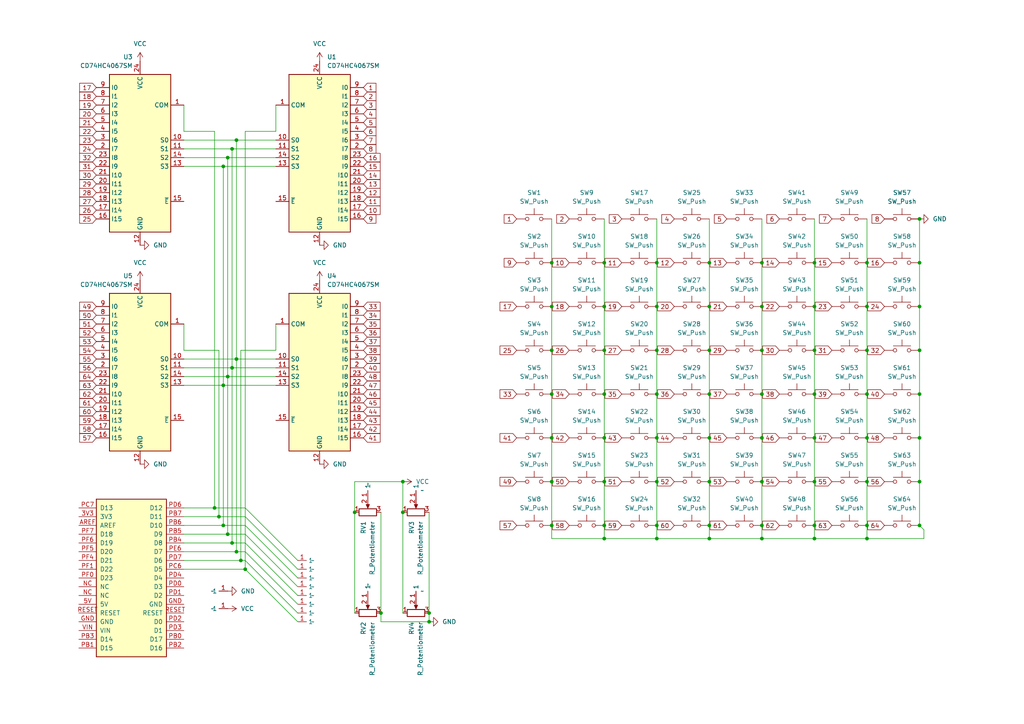
<source format=kicad_sch>
(kicad_sch (version 20250114) (generator "eeschema") (generator_version "9.0")
  (paper "A4")
  (junction (at 160.02 76.2))
  (junction (at 190.5 127))
  (junction (at 220.98 152.4))
  (junction (at 66.04 109.22))
  (junction (at 251.46 127))
  (junction (at 160.02 127))
  (junction (at 251.46 152.4))
  (junction (at 220.98 76.2))
  (junction (at 251.46 156.21))
  (junction (at 220.98 88.9))
  (junction (at 116.84 139.7))
  (junction (at 175.26 127))
  (junction (at 220.98 114.3))
  (junction (at 67.31 43.18))
  (junction (at 175.26 156.21))
  (junction (at 69.85 162.56))
  (junction (at 205.74 76.2))
  (junction (at 160.02 114.3))
  (junction (at 236.22 139.7))
  (junction (at 160.02 88.9))
  (junction (at 68.58 160.02))
  (junction (at 205.74 101.6))
  (junction (at 266.7 152.4))
  (junction (at 266.7 139.7))
  (junction (at 160.02 139.7))
  (junction (at 175.26 76.2))
  (junction (at 175.26 152.4))
  (junction (at 205.74 127))
  (junction (at 236.22 152.4))
  (junction (at 220.98 101.6))
  (junction (at 205.74 139.7))
  (junction (at 175.26 101.6))
  (junction (at 190.5 152.4))
  (junction (at 62.23 147.32))
  (junction (at 71.12 165.1))
  (junction (at 124.46 180.34))
  (junction (at 236.22 114.3))
  (junction (at 251.46 76.2))
  (junction (at 266.7 127))
  (junction (at 190.5 139.7))
  (junction (at 68.58 104.14))
  (junction (at 160.02 152.4))
  (junction (at 251.46 88.9))
  (junction (at 110.49 177.8))
  (junction (at 190.5 156.21))
  (junction (at 205.74 114.3))
  (junction (at 64.77 48.26))
  (junction (at 190.5 76.2))
  (junction (at 220.98 139.7))
  (junction (at 175.26 88.9))
  (junction (at 266.7 114.3))
  (junction (at 266.7 101.6))
  (junction (at 175.26 114.3))
  (junction (at 64.77 111.76))
  (junction (at 251.46 101.6))
  (junction (at 220.98 127))
  (junction (at 205.74 152.4))
  (junction (at 236.22 76.2))
  (junction (at 66.04 154.94))
  (junction (at 190.5 88.9))
  (junction (at 102.87 148.59))
  (junction (at 160.02 101.6))
  (junction (at 251.46 114.3))
  (junction (at 236.22 156.21))
  (junction (at 266.7 76.2))
  (junction (at 190.5 114.3))
  (junction (at 64.77 152.4))
  (junction (at 205.74 88.9))
  (junction (at 175.26 139.7))
  (junction (at 205.74 156.21))
  (junction (at 63.5 149.86))
  (junction (at 236.22 101.6))
  (junction (at 67.31 106.68))
  (junction (at 67.31 157.48))
  (junction (at 236.22 88.9))
  (junction (at 124.46 177.8))
  (junction (at 190.5 101.6))
  (junction (at 236.22 127))
  (junction (at 66.04 45.72))
  (junction (at 220.98 156.21))
  (junction (at 68.58 40.64))
  (junction (at 116.84 148.59))
  (junction (at 251.46 139.7))
  (junction (at 266.7 88.9))
  (junction (at 266.7 63.5))
  (wire (pts (xy 220.98 139.7) (xy 220.98 152.4)))
  (wire (pts (xy 53.34 111.76) (xy 64.77 111.76)))
  (wire (pts (xy 266.7 139.7) (xy 266.7 152.4)))
  (wire (pts (xy 67.31 43.18) (xy 80.01 43.18)))
  (wire (pts (xy 53.34 149.86) (xy 63.5 149.86)))
  (wire (pts (xy 64.77 48.26) (xy 64.77 111.76)))
  (wire (pts (xy 68.58 160.02) (xy 71.12 160.02)))
  (wire (pts (xy 53.34 106.68) (xy 67.31 106.68)))
  (wire (pts (xy 175.26 114.3) (xy 175.26 127)))
  (wire (pts (xy 236.22 139.7) (xy 236.22 152.4)))
  (wire (pts (xy 190.5 156.21) (xy 205.74 156.21)))
  (wire (pts (xy 69.85 101.6) (xy 80.01 101.6)))
  (wire (pts (xy 68.58 40.64) (xy 80.01 40.64)))
  (wire (pts (xy 190.5 76.2) (xy 190.5 88.9)))
  (wire (pts (xy 220.98 114.3) (xy 220.98 127)))
  (wire (pts (xy 71.12 38.1) (xy 71.12 165.1)))
  (wire (pts (xy 102.87 148.59) (xy 102.87 177.8)))
  (wire (pts (xy 205.74 152.4) (xy 205.74 156.21)))
  (wire (pts (xy 116.84 148.59) (xy 116.84 177.8)))
  (wire (pts (xy 266.7 101.6) (xy 266.7 114.3)))
  (wire (pts (xy 66.04 109.22) (xy 80.01 109.22)))
  (wire (pts (xy 102.87 139.7) (xy 116.84 139.7)))
  (wire (pts (xy 64.77 48.26) (xy 80.01 48.26)))
  (wire (pts (xy 53.34 152.4) (xy 64.77 152.4)))
  (wire (pts (xy 67.31 106.68) (xy 80.01 106.68)))
  (wire (pts (xy 53.34 43.18) (xy 67.31 43.18)))
  (wire (pts (xy 190.5 139.7) (xy 190.5 152.4)))
  (wire (pts (xy 175.26 76.2) (xy 175.26 88.9)))
  (wire (pts (xy 190.5 152.4) (xy 190.5 156.21)))
  (wire (pts (xy 236.22 88.9) (xy 236.22 101.6)))
  (wire (pts (xy 266.7 88.9) (xy 266.7 101.6)))
  (wire (pts (xy 63.5 101.6) (xy 63.5 149.86)))
  (wire (pts (xy 205.74 127) (xy 205.74 139.7)))
  (wire (pts (xy 236.22 156.21) (xy 251.46 156.21)))
  (wire (pts (xy 110.49 180.34) (xy 124.46 180.34)))
  (wire (pts (xy 63.5 149.86) (xy 71.12 149.86)))
  (wire (pts (xy 71.12 147.32) (xy 86.36 162.56)))
  (wire (pts (xy 53.34 154.94) (xy 66.04 154.94)))
  (wire (pts (xy 67.31 106.68) (xy 67.31 157.48)))
  (wire (pts (xy 53.34 109.22) (xy 66.04 109.22)))
  (wire (pts (xy 205.74 76.2) (xy 205.74 88.9)))
  (wire (pts (xy 64.77 111.76) (xy 80.01 111.76)))
  (wire (pts (xy 205.74 156.21) (xy 220.98 156.21)))
  (wire (pts (xy 53.34 48.26) (xy 64.77 48.26)))
  (wire (pts (xy 160.02 63.5) (xy 160.02 76.2)))
  (wire (pts (xy 175.26 88.9) (xy 175.26 101.6)))
  (wire (pts (xy 71.12 152.4) (xy 86.36 167.64)))
  (wire (pts (xy 205.74 139.7) (xy 205.74 152.4)))
  (wire (pts (xy 220.98 63.5) (xy 220.98 76.2)))
  (wire (pts (xy 220.98 101.6) (xy 220.98 114.3)))
  (wire (pts (xy 266.7 127) (xy 266.7 139.7)))
  (wire (pts (xy 175.26 152.4) (xy 175.26 156.21)))
  (wire (pts (xy 190.5 114.3) (xy 190.5 127)))
  (wire (pts (xy 236.22 101.6) (xy 236.22 114.3)))
  (wire (pts (xy 53.34 157.48) (xy 67.31 157.48)))
  (wire (pts (xy 102.87 139.7) (xy 102.87 148.59)))
  (wire (pts (xy 220.98 152.4) (xy 220.98 156.21)))
  (wire (pts (xy 160.02 139.7) (xy 160.02 152.4)))
  (wire (pts (xy 62.23 147.32) (xy 71.12 147.32)))
  (wire (pts (xy 53.34 45.72) (xy 66.04 45.72)))
  (wire (pts (xy 66.04 109.22) (xy 66.04 154.94)))
  (wire (pts (xy 67.31 43.18) (xy 67.31 106.68)))
  (wire (pts (xy 71.12 165.1) (xy 86.36 180.34)))
  (wire (pts (xy 67.31 157.48) (xy 71.12 157.48)))
  (wire (pts (xy 175.26 139.7) (xy 175.26 152.4)))
  (wire (pts (xy 160.02 76.2) (xy 160.02 88.9)))
  (wire (pts (xy 53.34 40.64) (xy 68.58 40.64)))
  (wire (pts (xy 124.46 177.8) (xy 124.46 180.34)))
  (wire (pts (xy 53.34 162.56) (xy 69.85 162.56)))
  (wire (pts (xy 160.02 114.3) (xy 160.02 127)))
  (wire (pts (xy 71.12 38.1) (xy 80.01 38.1)))
  (wire (pts (xy 69.85 101.6) (xy 69.85 162.56)))
  (wire (pts (xy 116.84 139.7) (xy 116.84 148.59)))
  (wire (pts (xy 69.85 162.56) (xy 71.12 162.56)))
  (wire (pts (xy 175.26 127) (xy 175.26 139.7)))
  (wire (pts (xy 251.46 127) (xy 251.46 139.7)))
  (wire (pts (xy 236.22 152.4) (xy 236.22 156.21)))
  (wire (pts (xy 71.12 157.48) (xy 86.36 172.72)))
  (wire (pts (xy 53.34 101.6) (xy 63.5 101.6)))
  (wire (pts (xy 66.04 154.94) (xy 71.12 154.94)))
  (wire (pts (xy 190.5 88.9) (xy 190.5 101.6)))
  (wire (pts (xy 220.98 76.2) (xy 220.98 88.9)))
  (wire (pts (xy 267.97 153.67) (xy 266.7 152.4)))
  (wire (pts (xy 175.26 156.21) (xy 190.5 156.21)))
  (wire (pts (xy 66.04 45.72) (xy 66.04 109.22)))
  (wire (pts (xy 53.34 30.48) (xy 53.34 38.1)))
  (wire (pts (xy 66.04 45.72) (xy 80.01 45.72)))
  (wire (pts (xy 205.74 114.3) (xy 205.74 127)))
  (wire (pts (xy 190.5 127) (xy 190.5 139.7)))
  (wire (pts (xy 80.01 93.98) (xy 80.01 101.6)))
  (wire (pts (xy 220.98 156.21) (xy 236.22 156.21)))
  (wire (pts (xy 53.34 104.14) (xy 68.58 104.14)))
  (wire (pts (xy 71.12 162.56) (xy 86.36 177.8)))
  (wire (pts (xy 251.46 152.4) (xy 251.46 156.21)))
  (wire (pts (xy 236.22 63.5) (xy 236.22 76.2)))
  (wire (pts (xy 110.49 148.59) (xy 110.49 177.8)))
  (wire (pts (xy 251.46 156.21) (xy 267.97 156.21)))
  (wire (pts (xy 71.12 149.86) (xy 86.36 165.1)))
  (wire (pts (xy 251.46 101.6) (xy 251.46 114.3)))
  (wire (pts (xy 205.74 101.6) (xy 205.74 114.3)))
  (wire (pts (xy 220.98 127) (xy 220.98 139.7)))
  (wire (pts (xy 53.34 165.1) (xy 71.12 165.1)))
  (wire (pts (xy 266.7 63.5) (xy 266.7 76.2)))
  (wire (pts (xy 251.46 139.7) (xy 251.46 152.4)))
  (wire (pts (xy 160.02 152.4) (xy 160.02 156.21)))
  (wire (pts (xy 71.12 160.02) (xy 86.36 175.26)))
  (wire (pts (xy 62.23 38.1) (xy 62.23 147.32)))
  (wire (pts (xy 190.5 63.5) (xy 190.5 76.2)))
  (wire (pts (xy 175.26 101.6) (xy 175.26 114.3)))
  (wire (pts (xy 266.7 114.3) (xy 266.7 127)))
  (wire (pts (xy 251.46 88.9) (xy 251.46 101.6)))
  (wire (pts (xy 68.58 104.14) (xy 80.01 104.14)))
  (wire (pts (xy 71.12 154.94) (xy 86.36 170.18)))
  (wire (pts (xy 251.46 63.5) (xy 251.46 76.2)))
  (wire (pts (xy 110.49 177.8) (xy 110.49 180.34)))
  (wire (pts (xy 53.34 38.1) (xy 62.23 38.1)))
  (wire (pts (xy 68.58 40.64) (xy 68.58 104.14)))
  (wire (pts (xy 160.02 127) (xy 160.02 139.7)))
  (wire (pts (xy 160.02 101.6) (xy 160.02 114.3)))
  (wire (pts (xy 80.01 30.48) (xy 80.01 38.1)))
  (wire (pts (xy 68.58 104.14) (xy 68.58 160.02)))
  (wire (pts (xy 251.46 76.2) (xy 251.46 88.9)))
  (wire (pts (xy 205.74 63.5) (xy 205.74 76.2)))
  (wire (pts (xy 53.34 93.98) (xy 53.34 101.6)))
  (wire (pts (xy 124.46 148.59) (xy 124.46 177.8)))
  (wire (pts (xy 236.22 114.3) (xy 236.22 127)))
  (wire (pts (xy 64.77 111.76) (xy 64.77 152.4)))
  (wire (pts (xy 175.26 63.5) (xy 175.26 76.2)))
  (wire (pts (xy 190.5 101.6) (xy 190.5 114.3)))
  (wire (pts (xy 236.22 127) (xy 236.22 139.7)))
  (wire (pts (xy 267.97 156.21) (xy 267.97 153.67)))
  (wire (pts (xy 53.34 160.02) (xy 68.58 160.02)))
  (wire (pts (xy 266.7 76.2) (xy 266.7 88.9)))
  (wire (pts (xy 236.22 76.2) (xy 236.22 88.9)))
  (wire (pts (xy 160.02 156.21) (xy 175.26 156.21)))
  (wire (pts (xy 220.98 88.9) (xy 220.98 101.6)))
  (wire (pts (xy 64.77 152.4) (xy 71.12 152.4)))
  (wire (pts (xy 205.74 88.9) (xy 205.74 101.6)))
  (wire (pts (xy 53.34 147.32) (xy 62.23 147.32)))
  (wire (pts (xy 160.02 88.9) (xy 160.02 101.6)))
  (wire (pts (xy 251.46 114.3) (xy 251.46 127)))
  (global_label "26" (shape input) (at 27.94 60.96 180) (property "Intersheetrefs" "${INTERSHEET_REFS}" (effects (hide yes))))
  (global_label "55" (shape input) (at 241.3 139.7 180) (property "Intersheetrefs" "${INTERSHEET_REFS}" (effects (hide yes))))
  (global_label "60" (shape input) (at 195.58 152.4 180) (property "Intersheetrefs" "${INTERSHEET_REFS}" (effects (hide yes))))
  (global_label "41" (shape input) (at 149.86 127 180) (property "Intersheetrefs" "${INTERSHEET_REFS}" (effects (hide yes))))
  (global_label "41" (shape input) (at 105.41 127 0) (property "Intersheetrefs" "${INTERSHEET_REFS}" (effects (hide yes))))
  (global_label "32" (shape input) (at 27.94 45.72 180) (property "Intersheetrefs" "${INTERSHEET_REFS}" (effects (hide yes))))
  (global_label "53" (shape input) (at 210.82 139.7 180) (property "Intersheetrefs" "${INTERSHEET_REFS}" (effects (hide yes))))
  (global_label "18" (shape input) (at 27.94 27.94 180) (property "Intersheetrefs" "${INTERSHEET_REFS}" (effects (hide yes))))
  (global_label "35" (shape input) (at 105.41 93.98 0) (property "Intersheetrefs" "${INTERSHEET_REFS}" (effects (hide yes))))
  (global_label "9" (shape input) (at 149.86 76.2 180) (property "Intersheetrefs" "${INTERSHEET_REFS}" (effects (hide yes))))
  (global_label "63" (shape input) (at 27.94 111.76 180) (property "Intersheetrefs" "${INTERSHEET_REFS}" (effects (hide yes))))
  (global_label "2" (shape input) (at 105.41 27.94 0) (property "Intersheetrefs" "${INTERSHEET_REFS}" (effects (hide yes))))
  (global_label "16" (shape input) (at 105.41 45.72 0) (property "Intersheetrefs" "${INTERSHEET_REFS}" (effects (hide yes))))
  (global_label "39" (shape input) (at 105.41 104.14 0) (property "Intersheetrefs" "${INTERSHEET_REFS}" (effects (hide yes))))
  (global_label "34" (shape input) (at 165.1 114.3 180) (property "Intersheetrefs" "${INTERSHEET_REFS}" (effects (hide yes))))
  (global_label "52" (shape input) (at 195.58 139.7 180) (property "Intersheetrefs" "${INTERSHEET_REFS}" (effects (hide yes))))
  (global_label "12" (shape input) (at 105.41 55.88 0) (property "Intersheetrefs" "${INTERSHEET_REFS}" (effects (hide yes))))
  (global_label "1" (shape input) (at 149.86 63.5 180) (property "Intersheetrefs" "${INTERSHEET_REFS}" (effects (hide yes))))
  (global_label "13" (shape input) (at 210.82 76.2 180) (property "Intersheetrefs" "${INTERSHEET_REFS}" (effects (hide yes))))
  (global_label "30" (shape input) (at 27.94 50.8 180) (property "Intersheetrefs" "${INTERSHEET_REFS}" (effects (hide yes))))
  (global_label "54" (shape input) (at 27.94 101.6 180) (property "Intersheetrefs" "${INTERSHEET_REFS}" (effects (hide yes))))
  (global_label "23" (shape input) (at 27.94 40.64 180) (property "Intersheetrefs" "${INTERSHEET_REFS}" (effects (hide yes))))
  (global_label "28" (shape input) (at 27.94 55.88 180) (property "Intersheetrefs" "${INTERSHEET_REFS}" (effects (hide yes))))
  (global_label "29" (shape input) (at 210.82 101.6 180) (property "Intersheetrefs" "${INTERSHEET_REFS}" (effects (hide yes))))
  (global_label "4" (shape input) (at 195.58 63.5 180) (property "Intersheetrefs" "${INTERSHEET_REFS}" (effects (hide yes))))
  (global_label "5" (shape input) (at 105.41 35.56 0) (property "Intersheetrefs" "${INTERSHEET_REFS}" (effects (hide yes))))
  (global_label "42" (shape input) (at 105.41 124.46 0) (property "Intersheetrefs" "${INTERSHEET_REFS}" (effects (hide yes))))
  (global_label "33" (shape input) (at 105.41 88.9 0) (property "Intersheetrefs" "${INTERSHEET_REFS}" (effects (hide yes))))
  (global_label "29" (shape input) (at 27.94 53.34 180) (property "Intersheetrefs" "${INTERSHEET_REFS}" (effects (hide yes))))
  (global_label "43" (shape input) (at 180.34 127 180) (property "Intersheetrefs" "${INTERSHEET_REFS}" (effects (hide yes))))
  (global_label "11" (shape input) (at 180.34 76.2 180) (property "Intersheetrefs" "${INTERSHEET_REFS}" (effects (hide yes))))
  (global_label "62" (shape input) (at 27.94 114.3 180) (property "Intersheetrefs" "${INTERSHEET_REFS}" (effects (hide yes))))
  (global_label "6" (shape input) (at 105.41 38.1 0) (property "Intersheetrefs" "${INTERSHEET_REFS}" (effects (hide yes))))
  (global_label "57" (shape input) (at 27.94 127 180) (property "Intersheetrefs" "${INTERSHEET_REFS}" (effects (hide yes))))
  (global_label "36" (shape input) (at 105.41 96.52 0) (property "Intersheetrefs" "${INTERSHEET_REFS}" (effects (hide yes))))
  (global_label "47" (shape input) (at 241.3 127 180) (property "Intersheetrefs" "${INTERSHEET_REFS}" (effects (hide yes))))
  (global_label "32" (shape input) (at 256.54 101.6 180) (property "Intersheetrefs" "${INTERSHEET_REFS}" (effects (hide yes))))
  (global_label "58" (shape input) (at 165.1 152.4 180) (property "Intersheetrefs" "${INTERSHEET_REFS}" (effects (hide yes))))
  (global_label "52" (shape input) (at 27.94 96.52 180) (property "Intersheetrefs" "${INTERSHEET_REFS}" (effects (hide yes))))
  (global_label "36" (shape input) (at 195.58 114.3 180) (property "Intersheetrefs" "${INTERSHEET_REFS}" (effects (hide yes))))
  (global_label "37" (shape input) (at 105.41 99.06 0) (property "Intersheetrefs" "${INTERSHEET_REFS}" (effects (hide yes))))
  (global_label "25" (shape input) (at 27.94 63.5 180) (property "Intersheetrefs" "${INTERSHEET_REFS}" (effects (hide yes))))
  (global_label "24" (shape input) (at 256.54 88.9 180) (property "Intersheetrefs" "${INTERSHEET_REFS}" (effects (hide yes))))
  (global_label "51" (shape input) (at 27.94 93.98 180) (property "Intersheetrefs" "${INTERSHEET_REFS}" (effects (hide yes))))
  (global_label "7" (shape input) (at 241.3 63.5 180) (property "Intersheetrefs" "${INTERSHEET_REFS}" (effects (hide yes))))
  (global_label "56" (shape input) (at 27.94 106.68 180) (property "Intersheetrefs" "${INTERSHEET_REFS}" (effects (hide yes))))
  (global_label "3" (shape input) (at 105.41 30.48 0) (property "Intersheetrefs" "${INTERSHEET_REFS}" (effects (hide yes))))
  (global_label "38" (shape input) (at 105.41 101.6 0) (property "Intersheetrefs" "${INTERSHEET_REFS}" (effects (hide yes))))
  (global_label "53" (shape input) (at 27.94 99.06 180) (property "Intersheetrefs" "${INTERSHEET_REFS}" (effects (hide yes))))
  (global_label "54" (shape input) (at 226.06 139.7 180) (property "Intersheetrefs" "${INTERSHEET_REFS}" (effects (hide yes))))
  (global_label "45" (shape input) (at 210.82 127 180) (property "Intersheetrefs" "${INTERSHEET_REFS}" (effects (hide yes))))
  (global_label "1" (shape input) (at 105.41 25.4 0) (property "Intersheetrefs" "${INTERSHEET_REFS}" (effects (hide yes))))
  (global_label "3" (shape input) (at 180.34 63.5 180) (property "Intersheetrefs" "${INTERSHEET_REFS}" (effects (hide yes))))
  (global_label "9" (shape input) (at 105.41 63.5 0) (property "Intersheetrefs" "${INTERSHEET_REFS}" (effects (hide yes))))
  (global_label "15" (shape input) (at 105.41 48.26 0) (property "Intersheetrefs" "${INTERSHEET_REFS}" (effects (hide yes))))
  (global_label "49" (shape input) (at 27.94 88.9 180) (property "Intersheetrefs" "${INTERSHEET_REFS}" (effects (hide yes))))
  (global_label "61" (shape input) (at 210.82 152.4 180) (property "Intersheetrefs" "${INTERSHEET_REFS}" (effects (hide yes))))
  (global_label "50" (shape input) (at 27.94 91.44 180) (property "Intersheetrefs" "${INTERSHEET_REFS}" (effects (hide yes))))
  (global_label "58" (shape input) (at 27.94 124.46 180) (property "Intersheetrefs" "${INTERSHEET_REFS}" (effects (hide yes))))
  (global_label "20" (shape input) (at 27.94 33.02 180) (property "Intersheetrefs" "${INTERSHEET_REFS}" (effects (hide yes))))
  (global_label "55" (shape input) (at 27.94 104.14 180) (property "Intersheetrefs" "${INTERSHEET_REFS}" (effects (hide yes))))
  (global_label "31" (shape input) (at 241.3 101.6 180) (property "Intersheetrefs" "${INTERSHEET_REFS}" (effects (hide yes))))
  (global_label "23" (shape input) (at 241.3 88.9 180) (property "Intersheetrefs" "${INTERSHEET_REFS}" (effects (hide yes))))
  (global_label "43" (shape input) (at 105.41 121.92 0) (property "Intersheetrefs" "${INTERSHEET_REFS}" (effects (hide yes))))
  (global_label "13" (shape input) (at 105.41 53.34 0) (property "Intersheetrefs" "${INTERSHEET_REFS}" (effects (hide yes))))
  (global_label "2" (shape input) (at 165.1 63.5 180) (property "Intersheetrefs" "${INTERSHEET_REFS}" (effects (hide yes))))
  (global_label "48" (shape input) (at 105.41 109.22 0) (property "Intersheetrefs" "${INTERSHEET_REFS}" (effects (hide yes))))
  (global_label "15" (shape input) (at 241.3 76.2 180) (property "Intersheetrefs" "${INTERSHEET_REFS}" (effects (hide yes))))
  (global_label "16" (shape input) (at 256.54 76.2 180) (property "Intersheetrefs" "${INTERSHEET_REFS}" (effects (hide yes))))
  (global_label "46" (shape input) (at 105.41 114.3 0) (property "Intersheetrefs" "${INTERSHEET_REFS}" (effects (hide yes))))
  (global_label "40" (shape input) (at 256.54 114.3 180) (property "Intersheetrefs" "${INTERSHEET_REFS}" (effects (hide yes))))
  (global_label "49" (shape input) (at 149.86 139.7 180) (property "Intersheetrefs" "${INTERSHEET_REFS}" (effects (hide yes))))
  (global_label "18" (shape input) (at 165.1 88.9 180) (property "Intersheetrefs" "${INTERSHEET_REFS}" (effects (hide yes))))
  (global_label "30" (shape input) (at 226.06 101.6 180) (property "Intersheetrefs" "${INTERSHEET_REFS}" (effects (hide yes))))
  (global_label "64" (shape input) (at 256.54 152.4 180) (property "Intersheetrefs" "${INTERSHEET_REFS}" (effects (hide yes))))
  (global_label "19" (shape input) (at 180.34 88.9 180) (property "Intersheetrefs" "${INTERSHEET_REFS}" (effects (hide yes))))
  (global_label "40" (shape input) (at 105.41 106.68 0) (property "Intersheetrefs" "${INTERSHEET_REFS}" (effects (hide yes))))
  (global_label "38" (shape input) (at 226.06 114.3 180) (property "Intersheetrefs" "${INTERSHEET_REFS}" (effects (hide yes))))
  (global_label "10" (shape input) (at 165.1 76.2 180) (property "Intersheetrefs" "${INTERSHEET_REFS}" (effects (hide yes))))
  (global_label "7" (shape input) (at 105.41 40.64 0) (property "Intersheetrefs" "${INTERSHEET_REFS}" (effects (hide yes))))
  (global_label "47" (shape input) (at 105.41 111.76 0) (property "Intersheetrefs" "${INTERSHEET_REFS}" (effects (hide yes))))
  (global_label "17" (shape input) (at 27.94 25.4 180) (property "Intersheetrefs" "${INTERSHEET_REFS}" (effects (hide yes))))
  (global_label "22" (shape input) (at 27.94 38.1 180) (property "Intersheetrefs" "${INTERSHEET_REFS}" (effects (hide yes))))
  (global_label "57" (shape input) (at 149.86 152.4 180) (property "Intersheetrefs" "${INTERSHEET_REFS}" (effects (hide yes))))
  (global_label "59" (shape input) (at 180.34 152.4 180) (property "Intersheetrefs" "${INTERSHEET_REFS}" (effects (hide yes))))
  (global_label "20" (shape input) (at 195.58 88.9 180) (property "Intersheetrefs" "${INTERSHEET_REFS}" (effects (hide yes))))
  (global_label "11" (shape input) (at 105.41 58.42 0) (property "Intersheetrefs" "${INTERSHEET_REFS}" (effects (hide yes))))
  (global_label "27" (shape input) (at 27.94 58.42 180) (property "Intersheetrefs" "${INTERSHEET_REFS}" (effects (hide yes))))
  (global_label "17" (shape input) (at 149.86 88.9 180) (property "Intersheetrefs" "${INTERSHEET_REFS}" (effects (hide yes))))
  (global_label "14" (shape input) (at 105.41 50.8 0) (property "Intersheetrefs" "${INTERSHEET_REFS}" (effects (hide yes))))
  (global_label "21" (shape input) (at 210.82 88.9 180) (property "Intersheetrefs" "${INTERSHEET_REFS}" (effects (hide yes))))
  (global_label "59" (shape input) (at 27.94 121.92 180) (property "Intersheetrefs" "${INTERSHEET_REFS}" (effects (hide yes))))
  (global_label "39" (shape input) (at 241.3 114.3 180) (property "Intersheetrefs" "${INTERSHEET_REFS}" (effects (hide yes))))
  (global_label "45" (shape input) (at 105.41 116.84 0) (property "Intersheetrefs" "${INTERSHEET_REFS}" (effects (hide yes))))
  (global_label "28" (shape input) (at 195.58 101.6 180) (property "Intersheetrefs" "${INTERSHEET_REFS}" (effects (hide yes))))
  (global_label "22" (shape input) (at 226.06 88.9 180) (property "Intersheetrefs" "${INTERSHEET_REFS}" (effects (hide yes))))
  (global_label "48" (shape input) (at 256.54 127 180) (property "Intersheetrefs" "${INTERSHEET_REFS}" (effects (hide yes))))
  (global_label "34" (shape input) (at 105.41 91.44 0) (property "Intersheetrefs" "${INTERSHEET_REFS}" (effects (hide yes))))
  (global_label "60" (shape input) (at 27.94 119.38 180) (property "Intersheetrefs" "${INTERSHEET_REFS}" (effects (hide yes))))
  (global_label "6" (shape input) (at 226.06 63.5 180) (property "Intersheetrefs" "${INTERSHEET_REFS}" (effects (hide yes))))
  (global_label "51" (shape input) (at 180.34 139.7 180) (property "Intersheetrefs" "${INTERSHEET_REFS}" (effects (hide yes))))
  (global_label "26" (shape input) (at 165.1 101.6 180) (property "Intersheetrefs" "${INTERSHEET_REFS}" (effects (hide yes))))
  (global_label "44" (shape input) (at 105.41 119.38 0) (property "Intersheetrefs" "${INTERSHEET_REFS}" (effects (hide yes))))
  (global_label "24" (shape input) (at 27.94 43.18 180) (property "Intersheetrefs" "${INTERSHEET_REFS}" (effects (hide yes))))
  (global_label "35" (shape input) (at 180.34 114.3 180) (property "Intersheetrefs" "${INTERSHEET_REFS}" (effects (hide yes))))
  (global_label "12" (shape input) (at 195.58 76.2 180) (property "Intersheetrefs" "${INTERSHEET_REFS}" (effects (hide yes))))
  (global_label "44" (shape input) (at 195.58 127 180) (property "Intersheetrefs" "${INTERSHEET_REFS}" (effects (hide yes))))
  (global_label "61" (shape input) (at 27.94 116.84 180) (property "Intersheetrefs" "${INTERSHEET_REFS}" (effects (hide yes))))
  (global_label "42" (shape input) (at 165.1 127 180) (property "Intersheetrefs" "${INTERSHEET_REFS}" (effects (hide yes))))
  (global_label "14" (shape input) (at 226.06 76.2 180) (property "Intersheetrefs" "${INTERSHEET_REFS}" (effects (hide yes))))
  (global_label "21" (shape input) (at 27.94 35.56 180) (property "Intersheetrefs" "${INTERSHEET_REFS}" (effects (hide yes))))
  (global_label "31" (shape input) (at 27.94 48.26 180) (property "Intersheetrefs" "${INTERSHEET_REFS}" (effects (hide yes))))
  (global_label "8" (shape input) (at 256.54 63.5 180) (property "Intersheetrefs" "${INTERSHEET_REFS}" (effects (hide yes))))
  (global_label "10" (shape input) (at 105.41 60.96 0) (property "Intersheetrefs" "${INTERSHEET_REFS}" (effects (hide yes))))
  (global_label "5" (shape input) (at 210.82 63.5 180) (property "Intersheetrefs" "${INTERSHEET_REFS}" (effects (hide yes))))
  (global_label "27" (shape input) (at 180.34 101.6 180) (property "Intersheetrefs" "${INTERSHEET_REFS}" (effects (hide yes))))
  (global_label "50" (shape input) (at 165.1 139.7 180) (property "Intersheetrefs" "${INTERSHEET_REFS}" (effects (hide yes))))
  (global_label "4" (shape input) (at 105.41 33.02 0) (property "Intersheetrefs" "${INTERSHEET_REFS}" (effects (hide yes))))
  (global_label "19" (shape input) (at 27.94 30.48 180) (property "Intersheetrefs" "${INTERSHEET_REFS}" (effects (hide yes))))
  (global_label "62" (shape input) (at 226.06 152.4 180) (property "Intersheetrefs" "${INTERSHEET_REFS}" (effects (hide yes))))
  (global_label "46" (shape input) (at 226.06 127 180) (property "Intersheetrefs" "${INTERSHEET_REFS}" (effects (hide yes))))
  (global_label "63" (shape input) (at 241.3 152.4 180) (property "Intersheetrefs" "${INTERSHEET_REFS}" (effects (hide yes))))
  (global_label "8" (shape input) (at 105.41 43.18 0) (property "Intersheetrefs" "${INTERSHEET_REFS}" (effects (hide yes))))
  (global_label "37" (shape input) (at 210.82 114.3 180) (property "Intersheetrefs" "${INTERSHEET_REFS}" (effects (hide yes))))
  (global_label "64" (shape input) (at 27.94 109.22 180) (property "Intersheetrefs" "${INTERSHEET_REFS}" (effects (hide yes))))
  (global_label "25" (shape input) (at 149.86 101.6 180) (property "Intersheetrefs" "${INTERSHEET_REFS}" (effects (hide yes))))
  (global_label "56" (shape input) (at 256.54 139.7 180) (property "Intersheetrefs" "${INTERSHEET_REFS}" (effects (hide yes))))
  (global_label "33" (shape input) (at 149.86 114.3 180) (property "Intersheetrefs" "${INTERSHEET_REFS}" (effects (hide yes))))
  (symbol (lib_id "Arduino2:untitled") (at 86.36 167.64 0) (unit 1)
    (property "Reference" "U16" (effects (hide yes)))
    (property "Value" "~" (at 90.17 167.64 0) (effects (justify left)))
    (property "Footprint" "Arduino:Untitled" (effects (hide yes)))
  )
  (symbol (lib_id "Switch:SW_Push") (at 246.38 76.2 0) (unit 1)
    (property "Reference" "SW50" (at 246.38 68.58 0))
    (property "Value" "SW_Push" (at 246.38 71.12 0))
    (property "Footprint" "Button_Switch_Keyboard:SW_Cherry_MX_1.00u_PCB" (effects (hide yes)))
    (property "Description" "Push button switch, generic, two pins" (effects (hide yes)))
  )
  (symbol (lib_id "Switch:SW_Push") (at 200.66 114.3 0) (unit 1)
    (property "Reference" "SW29" (at 200.66 106.68 0))
    (property "Value" "SW_Push" (at 200.66 109.22 0))
    (property "Footprint" "Button_Switch_Keyboard:SW_Cherry_MX_1.00u_PCB" (effects (hide yes)))
    (property "Description" "Push button switch, generic, two pins" (effects (hide yes)))
  )
  (symbol (lib_id "Arduino2:untitled") (at 66.04 176.53 0) (mirror y) (unit 1)
    (property "Reference" "U19" (effects (hide yes)))
    (property "Value" "~" (at 62.23 176.53 0) (effects (justify left)))
    (property "Footprint" "Arduino:Untitled" (effects (hide yes)))
  )
  (symbol (lib_id "Switch:SW_Push") (at 231.14 88.9 0) (unit 1)
    (property "Reference" "SW43" (at 231.14 81.28 0))
    (property "Value" "SW_Push" (at 231.14 83.82 0))
    (property "Footprint" "Button_Switch_Keyboard:SW_Cherry_MX_1.00u_PCB" (effects (hide yes)))
    (property "Description" "Push button switch, generic, two pins" (effects (hide yes)))
  )
  (symbol (lib_id "Switch:SW_Push") (at 185.42 63.5 0) (unit 1)
    (property "Reference" "SW17" (at 185.42 55.88 0))
    (property "Value" "SW_Push" (at 185.42 58.42 0))
    (property "Footprint" "Button_Switch_Keyboard:SW_Cherry_MX_1.00u_PCB" (effects (hide yes)))
    (property "Description" "Push button switch, generic, two pins" (effects (hide yes)))
  )
  (symbol (lib_id "Arduino2:untitled") (at 106.68 173.99 90) (unit 1)
    (property "Reference" "U8" (effects (hide yes)))
    (property "Value" "~" (at 106.68 170.18 0) (effects (justify left)))
    (property "Footprint" "Arduino:Untitled" (effects (hide yes)))
  )
  (symbol (lib_id "Switch:SW_Push") (at 170.18 152.4 0) (unit 1)
    (property "Reference" "SW16" (at 170.18 144.78 0))
    (property "Value" "SW_Push" (at 170.18 147.32 0))
    (property "Footprint" "Button_Switch_Keyboard:SW_Cherry_MX_1.00u_PCB" (effects (hide yes)))
    (property "Description" "Push button switch, generic, two pins" (effects (hide yes)))
  )
  (symbol (lib_id "power:VCC") (at 40.64 17.78 0) (mirror y) (unit 1)
    (property "Reference" "#PWR06" (effects (hide yes)))
    (property "Value" "VCC" (at 40.64 12.7 0))
    (property "Description" "Power symbol creates a global label with name \"VCC\"" (effects (hide yes)))
  )
  (symbol (lib_id "Switch:SW_Push") (at 200.66 63.5 0) (unit 1)
    (property "Reference" "SW25" (at 200.66 55.88 0))
    (property "Value" "SW_Push" (at 200.66 58.42 0))
    (property "Footprint" "Button_Switch_Keyboard:SW_Cherry_MX_1.00u_PCB" (effects (hide yes)))
    (property "Description" "Push button switch, generic, two pins" (effects (hide yes)))
  )
  (symbol (lib_id "74xx:CD74HC4067SM") (at 92.71 106.68 0) (unit 1)
    (property "Reference" "U4" (at 94.8533 80.01 0) (effects (justify left)))
    (property "Value" "CD74HC4067SM" (at 94.8533 82.55 0) (effects (justify left)))
    (property "Footprint" "Package_SO:SSOP-24_5.3x8.2mm_P0.65mm" (effects (hide yes)))
    (property "Datasheet" "http://www.ti.com/lit/ds/symlink/cd74hc4067.pdf" (effects (hide yes)))
    (property "Description" "High-Speed CMOS Logic 16-Channel Analog Multiplexer/Demultiplexer, SSOP-24" (effects (hide yes)))
  )
  (symbol (lib_id "Switch:SW_Push") (at 170.18 88.9 0) (unit 1)
    (property "Reference" "SW11" (at 170.18 81.28 0))
    (property "Value" "SW_Push" (at 170.18 83.82 0))
    (property "Footprint" "Button_Switch_Keyboard:SW_Cherry_MX_1.00u_PCB" (effects (hide yes)))
    (property "Description" "Push button switch, generic, two pins" (effects (hide yes)))
  )
  (symbol (lib_id "Switch:SW_Push") (at 154.94 76.2 0) (unit 1)
    (property "Reference" "SW2" (at 154.94 68.58 0))
    (property "Value" "SW_Push" (at 154.94 71.12 0))
    (property "Footprint" "Button_Switch_Keyboard:SW_Cherry_MX_1.00u_PCB" (effects (hide yes)))
    (property "Description" "Push button switch, generic, two pins" (effects (hide yes)))
  )
  (symbol (lib_id "Arduino2:untitled") (at 120.65 173.99 270) (mirror x) (unit 1)
    (property "Reference" "U7" (effects (hide yes)))
    (property "Value" "~" (at 121.92 171.45 90) (effects (justify left)))
    (property "Footprint" "Arduino:Untitled" (effects (hide yes)))
  )
  (symbol (lib_id "Switch:SW_Push") (at 185.42 127 0) (unit 1)
    (property "Reference" "SW22" (at 185.42 119.38 0))
    (property "Value" "SW_Push" (at 185.42 121.92 0))
    (property "Footprint" "Button_Switch_Keyboard:SW_Cherry_MX_1.00u_PCB" (effects (hide yes)))
    (property "Description" "Push button switch, generic, two pins" (effects (hide yes)))
  )
  (symbol (lib_id "Switch:SW_Push") (at 185.42 88.9 0) (unit 1)
    (property "Reference" "SW19" (at 185.42 81.28 0))
    (property "Value" "SW_Push" (at 185.42 83.82 0))
    (property "Footprint" "Button_Switch_Keyboard:SW_Cherry_MX_1.00u_PCB" (effects (hide yes)))
    (property "Description" "Push button switch, generic, two pins" (effects (hide yes)))
  )
  (symbol (lib_id "74xx:CD74HC4067SM") (at 40.64 106.68 0) (mirror y) (unit 1)
    (property "Reference" "U5" (at 38.4967 80.01 0) (effects (justify left)))
    (property "Value" "CD74HC4067SM" (at 38.4967 82.55 0) (effects (justify left)))
    (property "Footprint" "Package_SO:SSOP-24_5.3x8.2mm_P0.65mm" (effects (hide yes)))
    (property "Datasheet" "http://www.ti.com/lit/ds/symlink/cd74hc4067.pdf" (effects (hide yes)))
    (property "Description" "High-Speed CMOS Logic 16-Channel Analog Multiplexer/Demultiplexer, SSOP-24" (effects (hide yes)))
  )
  (symbol (lib_id "Switch:SW_Push") (at 231.14 76.2 0) (unit 1)
    (property "Reference" "SW42" (at 231.14 68.58 0))
    (property "Value" "SW_Push" (at 231.14 71.12 0))
    (property "Footprint" "Button_Switch_Keyboard:SW_Cherry_MX_1.00u_PCB" (effects (hide yes)))
    (property "Description" "Push button switch, generic, two pins" (effects (hide yes)))
  )
  (symbol (lib_id "power:VCC") (at 92.71 17.78 0) (mirror y) (unit 1)
    (property "Reference" "#PWR07" (effects (hide yes)))
    (property "Value" "VCC" (at 92.71 12.7 0))
    (property "Description" "Power symbol creates a global label with name \"VCC\"" (effects (hide yes)))
  )
  (symbol (lib_id "Switch:SW_Push") (at 231.14 114.3 0) (unit 1)
    (property "Reference" "SW45" (at 231.14 106.68 0))
    (property "Value" "SW_Push" (at 231.14 109.22 0))
    (property "Footprint" "Button_Switch_Keyboard:SW_Cherry_MX_1.00u_PCB" (effects (hide yes)))
    (property "Description" "Push button switch, generic, two pins" (effects (hide yes)))
  )
  (symbol (lib_id "Switch:SW_Push") (at 231.14 63.5 0) (unit 1)
    (property "Reference" "SW41" (at 231.14 55.88 0))
    (property "Value" "SW_Push" (at 231.14 58.42 0))
    (property "Footprint" "Button_Switch_Keyboard:SW_Cherry_MX_1.00u_PCB" (effects (hide yes)))
    (property "Description" "Push button switch, generic, two pins" (effects (hide yes)))
  )
  (symbol (lib_id "Switch:SW_Push") (at 246.38 88.9 0) (unit 1)
    (property "Reference" "SW51" (at 246.38 81.28 0))
    (property "Value" "SW_Push" (at 246.38 83.82 0))
    (property "Footprint" "Button_Switch_Keyboard:SW_Cherry_MX_1.00u_PCB" (effects (hide yes)))
    (property "Description" "Push button switch, generic, two pins" (effects (hide yes)))
  )
  (symbol (lib_id "Switch:SW_Push") (at 170.18 127 0) (unit 1)
    (property "Reference" "SW14" (at 170.18 119.38 0))
    (property "Value" "SW_Push" (at 170.18 121.92 0))
    (property "Footprint" "Button_Switch_Keyboard:SW_Cherry_MX_1.00u_PCB" (effects (hide yes)))
    (property "Description" "Push button switch, generic, two pins" (effects (hide yes)))
  )
  (symbol (lib_id "Switch:SW_Push") (at 170.18 76.2 0) (unit 1)
    (property "Reference" "SW10" (at 170.18 68.58 0))
    (property "Value" "SW_Push" (at 170.18 71.12 0))
    (property "Footprint" "Button_Switch_Keyboard:SW_Cherry_MX_1.00u_PCB" (effects (hide yes)))
    (property "Description" "Push button switch, generic, two pins" (effects (hide yes)))
  )
  (symbol (lib_id "power:GND") (at 40.64 134.62 90) (unit 1)
    (property "Reference" "#PWR04" (effects (hide yes)))
    (property "Value" "GND" (at 44.45 134.6199 90) (effects (justify right)))
    (property "Description" "Power symbol creates a global label with name \"GND\" , ground" (effects (hide yes)))
  )
  (symbol (lib_id "Arduino2:untitled") (at 86.36 170.18 0) (unit 1)
    (property "Reference" "U17" (effects (hide yes)))
    (property "Value" "~" (at 90.17 170.18 0) (effects (justify left)))
    (property "Footprint" "Arduino:Untitled" (effects (hide yes)))
  )
  (symbol (lib_id "Switch:SW_Push") (at 246.38 101.6 0) (unit 1)
    (property "Reference" "SW52" (at 246.38 93.98 0))
    (property "Value" "SW_Push" (at 246.38 96.52 0))
    (property "Footprint" "Button_Switch_Keyboard:SW_Cherry_MX_1.00u_PCB" (effects (hide yes)))
    (property "Description" "Push button switch, generic, two pins" (effects (hide yes)))
  )
  (symbol (lib_id "Switch:SW_Push") (at 200.66 152.4 0) (unit 1)
    (property "Reference" "SW32" (at 200.66 144.78 0))
    (property "Value" "SW_Push" (at 200.66 147.32 0))
    (property "Footprint" "Button_Switch_Keyboard:SW_Cherry_MX_1.00u_PCB" (effects (hide yes)))
    (property "Description" "Push button switch, generic, two pins" (effects (hide yes)))
  )
  (symbol (lib_id "Switch:SW_Push") (at 215.9 114.3 0) (unit 1)
    (property "Reference" "SW37" (at 215.9 106.68 0))
    (property "Value" "SW_Push" (at 215.9 109.22 0))
    (property "Footprint" "Button_Switch_Keyboard:SW_Cherry_MX_1.00u_PCB" (effects (hide yes)))
    (property "Description" "Push button switch, generic, two pins" (effects (hide yes)))
  )
  (symbol (lib_id "Switch:SW_Push") (at 185.42 152.4 0) (unit 1)
    (property "Reference" "SW24" (at 185.42 144.78 0))
    (property "Value" "SW_Push" (at 185.42 147.32 0))
    (property "Footprint" "Button_Switch_Keyboard:SW_Cherry_MX_1.00u_PCB" (effects (hide yes)))
    (property "Description" "Push button switch, generic, two pins" (effects (hide yes)))
  )
  (symbol (lib_id "power:VCC") (at 116.84 139.7 270) (unit 1)
    (property "Reference" "#PWR01" (effects (hide yes)))
    (property "Value" "VCC" (at 120.65 139.6999 90) (effects (justify left)))
    (property "Description" "Power symbol creates a global label with name \"VCC\"" (effects (hide yes)))
  )
  (symbol (lib_id "Switch:SW_Push") (at 246.38 139.7 0) (unit 1)
    (property "Reference" "SW55" (at 246.38 132.08 0))
    (property "Value" "SW_Push" (at 246.38 134.62 0))
    (property "Footprint" "Button_Switch_Keyboard:SW_Cherry_MX_1.00u_PCB" (effects (hide yes)))
    (property "Description" "Push button switch, generic, two pins" (effects (hide yes)))
  )
  (symbol (lib_id "Switch:SW_Push") (at 215.9 88.9 0) (unit 1)
    (property "Reference" "SW35" (at 215.9 81.28 0))
    (property "Value" "SW_Push" (at 215.9 83.82 0))
    (property "Footprint" "Button_Switch_Keyboard:SW_Cherry_MX_1.00u_PCB" (effects (hide yes)))
    (property "Description" "Push button switch, generic, two pins" (effects (hide yes)))
  )
  (symbol (lib_id "Device:R_Potentiometer") (at 120.65 148.59 90) (unit 1)
    (property "Reference" "RV3" (at 119.3799 151.13 0) (effects (justify right)))
    (property "Value" "R_Potentiometer" (at 121.9199 151.13 0) (effects (justify right)))
    (property "Footprint" "Potentiometer_THT:Potentiometer_Bourns_PTA6043_Single_Slide" (effects (hide yes)))
    (property "Description" "Potentiometer" (effects (hide yes)))
  )
  (symbol (lib_id "Switch:SW_Push") (at 231.14 101.6 0) (unit 1)
    (property "Reference" "SW44" (at 231.14 93.98 0))
    (property "Value" "SW_Push" (at 231.14 96.52 0))
    (property "Footprint" "Button_Switch_Keyboard:SW_Cherry_MX_1.00u_PCB" (effects (hide yes)))
    (property "Description" "Push button switch, generic, two pins" (effects (hide yes)))
  )
  (symbol (lib_id "Arduino2:untitled") (at 120.65 144.78 270) (mirror x) (unit 1)
    (property "Reference" "U6" (effects (hide yes)))
    (property "Value" "~" (at 121.92 142.24 90) (effects (justify left)))
    (property "Footprint" "Arduino:Untitled" (effects (hide yes)))
  )
  (symbol (lib_id "Switch:SW_Push") (at 215.9 101.6 0) (unit 1)
    (property "Reference" "SW36" (at 215.9 93.98 0))
    (property "Value" "SW_Push" (at 215.9 96.52 0))
    (property "Footprint" "Button_Switch_Keyboard:SW_Cherry_MX_1.00u_PCB" (effects (hide yes)))
    (property "Description" "Push button switch, generic, two pins" (effects (hide yes)))
  )
  (symbol (lib_id "Switch:SW_Push") (at 185.42 76.2 0) (unit 1)
    (property "Reference" "SW18" (at 185.42 68.58 0))
    (property "Value" "SW_Push" (at 185.42 71.12 0))
    (property "Footprint" "Button_Switch_Keyboard:SW_Cherry_MX_1.00u_PCB" (effects (hide yes)))
    (property "Description" "Push button switch, generic, two pins" (effects (hide yes)))
  )
  (symbol (lib_id "Switch:SW_Push") (at 261.62 76.2 0) (unit 1)
    (property "Reference" "SW58" (at 261.62 68.58 0))
    (property "Value" "SW_Push" (at 261.62 71.12 0))
    (property "Footprint" "Button_Switch_Keyboard:SW_Cherry_MX_1.00u_PCB" (effects (hide yes)))
    (property "Description" "Push button switch, generic, two pins" (effects (hide yes)))
  )
  (symbol (lib_id "Switch:SW_Push") (at 215.9 63.5 0) (unit 1)
    (property "Reference" "SW33" (at 215.9 55.88 0))
    (property "Value" "SW_Push" (at 215.9 58.42 0))
    (property "Footprint" "Button_Switch_Keyboard:SW_Cherry_MX_1.00u_PCB" (effects (hide yes)))
    (property "Description" "Push button switch, generic, two pins" (effects (hide yes)))
  )
  (symbol (lib_id "Arduino2:untitled") (at 86.36 177.8 0) (unit 1)
    (property "Reference" "U12" (effects (hide yes)))
    (property "Value" "~" (at 90.17 177.8 0) (effects (justify left)))
    (property "Footprint" "Arduino:Untitled" (effects (hide yes)))
  )
  (symbol (lib_id "Switch:SW_Push") (at 231.14 139.7 0) (unit 1)
    (property "Reference" "SW47" (at 231.14 132.08 0))
    (property "Value" "SW_Push" (at 231.14 134.62 0))
    (property "Footprint" "Button_Switch_Keyboard:SW_Cherry_MX_1.00u_PCB" (effects (hide yes)))
    (property "Description" "Push button switch, generic, two pins" (effects (hide yes)))
  )
  (symbol (lib_id "Arduino2:untitled") (at 86.36 172.72 0) (unit 1)
    (property "Reference" "U10" (effects (hide yes)))
    (property "Value" "~" (at 90.17 172.72 0) (effects (justify left)))
    (property "Footprint" "Arduino:Untitled" (effects (hide yes)))
  )
  (symbol (lib_id "Switch:SW_Push") (at 261.62 88.9 0) (unit 1)
    (property "Reference" "SW59" (at 261.62 81.28 0))
    (property "Value" "SW_Push" (at 261.62 83.82 0))
    (property "Footprint" "Button_Switch_Keyboard:SW_Cherry_MX_1.00u_PCB" (effects (hide yes)))
    (property "Description" "Push button switch, generic, two pins" (effects (hide yes)))
  )
  (symbol (lib_id "power:GND") (at 40.64 71.12 90) (unit 1)
    (property "Reference" "#PWR014" (effects (hide yes)))
    (property "Value" "GND" (at 44.45 71.1199 90) (effects (justify right)))
    (property "Description" "Power symbol creates a global label with name \"GND\" , ground" (effects (hide yes)))
  )
  (symbol (lib_id "Switch:SW_Push") (at 246.38 114.3 0) (unit 1)
    (property "Reference" "SW53" (at 246.38 106.68 0))
    (property "Value" "SW_Push" (at 246.38 109.22 0))
    (property "Footprint" "Button_Switch_Keyboard:SW_Cherry_MX_1.00u_PCB" (effects (hide yes)))
    (property "Description" "Push button switch, generic, two pins" (effects (hide yes)))
  )
  (symbol (lib_id "power:VCC") (at 40.64 81.28 0) (mirror y) (unit 1)
    (property "Reference" "#PWR05" (effects (hide yes)))
    (property "Value" "VCC" (at 40.64 76.2 0))
    (property "Description" "Power symbol creates a global label with name \"VCC\"" (effects (hide yes)))
  )
  (symbol (lib_id "Arduino2:untitled") (at 86.36 162.56 0) (unit 1)
    (property "Reference" "U14" (effects (hide yes)))
    (property "Value" "~" (at 90.17 162.56 0) (effects (justify left)))
    (property "Footprint" "Arduino:Untitled" (effects (hide yes)))
  )
  (symbol (lib_id "Switch:SW_Push") (at 261.62 152.4 0) (unit 1)
    (property "Reference" "SW64" (at 261.62 144.78 0))
    (property "Value" "SW_Push" (at 261.62 147.32 0))
    (property "Footprint" "Button_Switch_Keyboard:SW_Cherry_MX_1.00u_PCB" (effects (hide yes)))
    (property "Description" "Push button switch, generic, two pins" (effects (hide yes)))
  )
  (symbol (lib_id "power:GND") (at 92.71 134.62 90) (unit 1)
    (property "Reference" "#PWR03" (effects (hide yes)))
    (property "Value" "GND" (at 96.52 134.6199 90) (effects (justify right)))
    (property "Description" "Power symbol creates a global label with name \"GND\" , ground" (effects (hide yes)))
  )
  (symbol (lib_id "power:VCC") (at 92.71 81.28 0) (mirror y) (unit 1)
    (property "Reference" "#PWR013" (effects (hide yes)))
    (property "Value" "VCC" (at 92.71 76.2 0))
    (property "Description" "Power symbol creates a global label with name \"VCC\"" (effects (hide yes)))
  )
  (symbol (lib_id "Switch:SW_Push") (at 261.62 127 0) (unit 1)
    (property "Reference" "SW62" (at 261.62 119.38 0))
    (property "Value" "SW_Push" (at 261.62 121.92 0))
    (property "Footprint" "Button_Switch_Keyboard:SW_Cherry_MX_1.00u_PCB" (effects (hide yes)))
    (property "Description" "Push button switch, generic, two pins" (effects (hide yes)))
  )
  (symbol (lib_id "Switch:SW_Push") (at 170.18 139.7 0) (unit 1)
    (property "Reference" "SW15" (at 170.18 132.08 0))
    (property "Value" "SW_Push" (at 170.18 134.62 0))
    (property "Footprint" "Button_Switch_Keyboard:SW_Cherry_MX_1.00u_PCB" (effects (hide yes)))
    (property "Description" "Push button switch, generic, two pins" (effects (hide yes)))
  )
  (symbol (lib_id "power:GND") (at 266.7 63.5 90) (unit 1)
    (property "Reference" "#PWR015" (effects (hide yes)))
    (property "Value" "GND" (at 270.51 63.4999 90) (effects (justify right)))
    (property "Description" "Power symbol creates a global label with name \"GND\" , ground" (effects (hide yes)))
  )
  (symbol (lib_id "Arduino2:untitled") (at 106.68 144.78 90) (unit 1)
    (property "Reference" "U9" (effects (hide yes)))
    (property "Value" "~" (at 106.68 140.97 0) (effects (justify left)))
    (property "Footprint" "Arduino:Untitled" (effects (hide yes)))
  )
  (symbol (lib_id "Switch:SW_Push") (at 200.66 139.7 0) (unit 1)
    (property "Reference" "SW31" (at 200.66 132.08 0))
    (property "Value" "SW_Push" (at 200.66 134.62 0))
    (property "Footprint" "Button_Switch_Keyboard:SW_Cherry_MX_1.00u_PCB" (effects (hide yes)))
    (property "Description" "Push button switch, generic, two pins" (effects (hide yes)))
  )
  (symbol (lib_id "Switch:SW_Push") (at 215.9 76.2 0) (unit 1)
    (property "Reference" "SW34" (at 215.9 68.58 0))
    (property "Value" "SW_Push" (at 215.9 71.12 0))
    (property "Footprint" "Button_Switch_Keyboard:SW_Cherry_MX_1.00u_PCB" (effects (hide yes)))
    (property "Description" "Push button switch, generic, two pins" (effects (hide yes)))
  )
  (symbol (lib_id "Switch:SW_Push") (at 200.66 101.6 0) (unit 1)
    (property "Reference" "SW28" (at 200.66 93.98 0))
    (property "Value" "SW_Push" (at 200.66 96.52 0))
    (property "Footprint" "Button_Switch_Keyboard:SW_Cherry_MX_1.00u_PCB" (effects (hide yes)))
    (property "Description" "Push button switch, generic, two pins" (effects (hide yes)))
  )
  (symbol (lib_id "74xx:CD74HC4067SM") (at 40.64 43.18 0) (mirror y) (unit 1)
    (property "Reference" "U3" (at 38.4967 16.51 0) (effects (justify left)))
    (property "Value" "CD74HC4067SM" (at 38.4967 19.05 0) (effects (justify left)))
    (property "Footprint" "Package_SO:SSOP-24_5.3x8.2mm_P0.65mm" (effects (hide yes)))
    (property "Datasheet" "http://www.ti.com/lit/ds/symlink/cd74hc4067.pdf" (effects (hide yes)))
    (property "Description" "High-Speed CMOS Logic 16-Channel Analog Multiplexer/Demultiplexer, SSOP-24" (effects (hide yes)))
  )
  (symbol (lib_id "Switch:SW_Push") (at 231.14 152.4 0) (unit 1)
    (property "Reference" "SW48" (at 231.14 144.78 0))
    (property "Value" "SW_Push" (at 231.14 147.32 0))
    (property "Footprint" "Button_Switch_Keyboard:SW_Cherry_MX_1.00u_PCB" (effects (hide yes)))
    (property "Description" "Push button switch, generic, two pins" (effects (hide yes)))
  )
  (symbol (lib_id "Switch:SW_Push") (at 170.18 101.6 0) (unit 1)
    (property "Reference" "SW12" (at 170.18 93.98 0))
    (property "Value" "SW_Push" (at 170.18 96.52 0))
    (property "Footprint" "Button_Switch_Keyboard:SW_Cherry_MX_1.00u_PCB" (effects (hide yes)))
    (property "Description" "Push button switch, generic, two pins" (effects (hide yes)))
  )
  (symbol (lib_id "Switch:SW_Push") (at 170.18 63.5 0) (unit 1)
    (property "Reference" "SW9" (at 170.18 55.88 0))
    (property "Value" "SW_Push" (at 170.18 58.42 0))
    (property "Footprint" "Button_Switch_Keyboard:SW_Cherry_MX_1.00u_PCB" (effects (hide yes)))
    (property "Description" "Push button switch, generic, two pins" (effects (hide yes)))
  )
  (symbol (lib_id "Switch:SW_Push") (at 200.66 76.2 0) (unit 1)
    (property "Reference" "SW26" (at 200.66 68.58 0))
    (property "Value" "SW_Push" (at 200.66 71.12 0))
    (property "Footprint" "Button_Switch_Keyboard:SW_Cherry_MX_1.00u_PCB" (effects (hide yes)))
    (property "Description" "Push button switch, generic, two pins" (effects (hide yes)))
  )
  (symbol (lib_id "Switch:SW_Push") (at 246.38 152.4 0) (unit 1)
    (property "Reference" "SW56" (at 246.38 144.78 0))
    (property "Value" "SW_Push" (at 246.38 147.32 0))
    (property "Footprint" "Button_Switch_Keyboard:SW_Cherry_MX_1.00u_PCB" (effects (hide yes)))
    (property "Description" "Push button switch, generic, two pins" (effects (hide yes)))
  )
  (symbol (lib_id "power:GND") (at 124.46 180.34 90) (unit 1)
    (property "Reference" "#PWR016" (effects (hide yes)))
    (property "Value" "GND" (at 128.27 180.3399 90) (effects (justify right)))
    (property "Description" "Power symbol creates a global label with name \"GND\" , ground" (effects (hide yes)))
  )
  (symbol (lib_id "Switch:SW_Push") (at 215.9 139.7 0) (unit 1)
    (property "Reference" "SW39" (at 215.9 132.08 0))
    (property "Value" "SW_Push" (at 215.9 134.62 0))
    (property "Footprint" "Button_Switch_Keyboard:SW_Cherry_MX_1.00u_PCB" (effects (hide yes)))
    (property "Description" "Push button switch, generic, two pins" (effects (hide yes)))
  )
  (symbol (lib_id "74xx:CD74HC4067SM") (at 92.71 43.18 0) (unit 1)
    (property "Reference" "U1" (at 94.8533 16.51 0) (effects (justify left)))
    (property "Value" "CD74HC4067SM" (at 94.8533 19.05 0) (effects (justify left)))
    (property "Footprint" "Package_SO:SSOP-24_5.3x8.2mm_P0.65mm" (effects (hide yes)))
    (property "Datasheet" "http://www.ti.com/lit/ds/symlink/cd74hc4067.pdf" (effects (hide yes)))
    (property "Description" "High-Speed CMOS Logic 16-Channel Analog Multiplexer/Demultiplexer, SSOP-24" (effects (hide yes)))
  )
  (symbol (lib_id "Device:R_Potentiometer") (at 106.68 148.59 90) (unit 1)
    (property "Reference" "RV1" (at 105.4099 151.13 0) (effects (justify right)))
    (property "Value" "R_Potentiometer" (at 107.9499 151.13 0) (effects (justify right)))
    (property "Footprint" "Potentiometer_THT:Potentiometer_Bourns_PTA6043_Single_Slide" (effects (hide yes)))
    (property "Description" "Potentiometer" (effects (hide yes)))
  )
  (symbol (lib_id "Switch:SW_Push") (at 185.42 101.6 0) (unit 1)
    (property "Reference" "SW20" (at 185.42 93.98 0))
    (property "Value" "SW_Push" (at 185.42 96.52 0))
    (property "Footprint" "Button_Switch_Keyboard:SW_Cherry_MX_1.00u_PCB" (effects (hide yes)))
    (property "Description" "Push button switch, generic, two pins" (effects (hide yes)))
  )
  (symbol (lib_id "Switch:SW_Push") (at 185.42 114.3 0) (unit 1)
    (property "Reference" "SW21" (at 185.42 106.68 0))
    (property "Value" "SW_Push" (at 185.42 109.22 0))
    (property "Footprint" "Button_Switch_Keyboard:SW_Cherry_MX_1.00u_PCB" (effects (hide yes)))
    (property "Description" "Push button switch, generic, two pins" (effects (hide yes)))
  )
  (symbol (lib_id "Switch:SW_Push") (at 154.94 152.4 0) (unit 1)
    (property "Reference" "SW8" (at 154.94 144.78 0))
    (property "Value" "SW_Push" (at 154.94 147.32 0))
    (property "Footprint" "Button_Switch_Keyboard:SW_Cherry_MX_1.00u_PCB" (effects (hide yes)))
    (property "Description" "Push button switch, generic, two pins" (effects (hide yes)))
  )
  (symbol (lib_id "Switch:SW_Push") (at 215.9 127 0) (unit 1)
    (property "Reference" "SW38" (at 215.9 119.38 0))
    (property "Value" "SW_Push" (at 215.9 121.92 0))
    (property "Footprint" "Button_Switch_Keyboard:SW_Cherry_MX_1.00u_PCB" (effects (hide yes)))
    (property "Description" "Push button switch, generic, two pins" (effects (hide yes)))
  )
  (symbol (lib_id "Switch:SW_Push") (at 261.62 139.7 0) (unit 1)
    (property "Reference" "SW63" (at 261.62 132.08 0))
    (property "Value" "SW_Push" (at 261.62 134.62 0))
    (property "Footprint" "Button_Switch_Keyboard:SW_Cherry_MX_1.00u_PCB" (effects (hide yes)))
    (property "Description" "Push button switch, generic, two pins" (effects (hide yes)))
  )
  (symbol (lib_id "power:VCC") (at 66.04 176.53 270) (unit 1)
    (property "Reference" "#PWR02" (effects (hide yes)))
    (property "Value" "VCC" (at 69.85 176.5299 90) (effects (justify left)))
    (property "Description" "Power symbol creates a global label with name \"VCC\"" (effects (hide yes)))
  )
  (symbol (lib_id "Switch:SW_Push") (at 231.14 127 0) (unit 1)
    (property "Reference" "SW46" (at 231.14 119.38 0))
    (property "Value" "SW_Push" (at 231.14 121.92 0))
    (property "Footprint" "Button_Switch_Keyboard:SW_Cherry_MX_1.00u_PCB" (effects (hide yes)))
    (property "Description" "Push button switch, generic, two pins" (effects (hide yes)))
  )
  (symbol (lib_id "Switch:SW_Push") (at 185.42 139.7 0) (unit 1)
    (property "Reference" "SW23" (at 185.42 132.08 0))
    (property "Value" "SW_Push" (at 185.42 134.62 0))
    (property "Footprint" "Button_Switch_Keyboard:SW_Cherry_MX_1.00u_PCB" (effects (hide yes)))
    (property "Description" "Push button switch, generic, two pins" (effects (hide yes)))
  )
  (symbol (lib_id "Switch:SW_Push") (at 215.9 152.4 0) (unit 1)
    (property "Reference" "SW40" (at 215.9 144.78 0))
    (property "Value" "SW_Push" (at 215.9 147.32 0))
    (property "Footprint" "Button_Switch_Keyboard:SW_Cherry_MX_1.00u_PCB" (effects (hide yes)))
    (property "Description" "Push button switch, generic, two pins" (effects (hide yes)))
  )
  (symbol (lib_id "Switch:SW_Push") (at 154.94 127 0) (unit 1)
    (property "Reference" "SW6" (at 154.94 119.38 0))
    (property "Value" "SW_Push" (at 154.94 121.92 0))
    (property "Footprint" "Button_Switch_Keyboard:SW_Cherry_MX_1.00u_PCB" (effects (hide yes)))
    (property "Description" "Push button switch, generic, two pins" (effects (hide yes)))
  )
  (symbol (lib_id "Switch:SW_Push") (at 154.94 139.7 0) (unit 1)
    (property "Reference" "SW7" (at 154.94 132.08 0))
    (property "Value" "SW_Push" (at 154.94 134.62 0))
    (property "Footprint" "Button_Switch_Keyboard:SW_Cherry_MX_1.00u_PCB" (effects (hide yes)))
    (property "Description" "Push button switch, generic, two pins" (effects (hide yes)))
  )
  (symbol (lib_id "Device:R_Potentiometer") (at 120.65 177.8 90) (unit 1)
    (property "Reference" "RV4" (at 119.3799 180.34 0) (effects (justify right)))
    (property "Value" "R_Potentiometer" (at 121.9199 180.34 0) (effects (justify right)))
    (property "Footprint" "Potentiometer_THT:Potentiometer_Bourns_PTA6043_Single_Slide" (effects (hide yes)))
    (property "Description" "Potentiometer" (effects (hide yes)))
  )
  (symbol (lib_id "Switch:SW_Push") (at 261.62 63.5 0) (unit 1)
    (property "Reference" "SW57" (at 261.62 55.88 0))
    (property "Value" "SW_Push" (at 261.62 58.42 0))
    (property "Footprint" "Button_Switch_Keyboard:SW_Cherry_MX_1.00u_PCB" (effects (hide yes)))
    (property "Description" "Push button switch, generic, two pins" (effects (hide yes)))
  )
  (symbol (lib_id "Arduino2:untitled") (at 86.36 180.34 0) (unit 1)
    (property "Reference" "U13" (effects (hide yes)))
    (property "Value" "~" (at 90.17 180.34 0) (effects (justify left)))
    (property "Footprint" "Arduino:Untitled" (effects (hide yes)))
  )
  (symbol (lib_id "Arduino2:untitled") (at 86.36 175.26 0) (unit 1)
    (property "Reference" "U11" (effects (hide yes)))
    (property "Value" "~" (at 90.17 175.26 0) (effects (justify left)))
    (property "Footprint" "Arduino:Untitled" (effects (hide yes)))
  )
  (symbol (lib_id "Switch:SW_Push") (at 246.38 127 0) (unit 1)
    (property "Reference" "SW54" (at 246.38 119.38 0))
    (property "Value" "SW_Push" (at 246.38 121.92 0))
    (property "Footprint" "Button_Switch_Keyboard:SW_Cherry_MX_1.00u_PCB" (effects (hide yes)))
    (property "Description" "Push button switch, generic, two pins" (effects (hide yes)))
  )
  (symbol (lib_id "Switch:SW_Push") (at 154.94 114.3 0) (unit 1)
    (property "Reference" "SW5" (at 154.94 106.68 0))
    (property "Value" "SW_Push" (at 154.94 109.22 0))
    (property "Footprint" "Button_Switch_Keyboard:SW_Cherry_MX_1.00u_PCB" (effects (hide yes)))
    (property "Description" "Push button switch, generic, two pins" (effects (hide yes)))
  )
  (symbol (lib_id "Device:R_Potentiometer") (at 106.68 177.8 90) (unit 1)
    (property "Reference" "RV2" (at 105.4099 180.34 0) (effects (justify right)))
    (property "Value" "R_Potentiometer" (at 107.9499 180.34 0) (effects (justify right)))
    (property "Footprint" "Potentiometer_THT:Potentiometer_Bourns_PTA6043_Single_Slide" (effects (hide yes)))
    (property "Description" "Potentiometer" (effects (hide yes)))
  )
  (symbol (lib_id "Switch:SW_Push") (at 261.62 101.6 0) (unit 1)
    (property "Reference" "SW60" (at 261.62 93.98 0))
    (property "Value" "SW_Push" (at 261.62 96.52 0))
    (property "Footprint" "Button_Switch_Keyboard:SW_Cherry_MX_1.00u_PCB" (effects (hide yes)))
    (property "Description" "Push button switch, generic, two pins" (effects (hide yes)))
  )
  (symbol (lib_id "Switch:SW_Push") (at 170.18 114.3 0) (unit 1)
    (property "Reference" "SW13" (at 170.18 106.68 0))
    (property "Value" "SW_Push" (at 170.18 109.22 0))
    (property "Footprint" "Button_Switch_Keyboard:SW_Cherry_MX_1.00u_PCB" (effects (hide yes)))
    (property "Description" "Push button switch, generic, two pins" (effects (hide yes)))
  )
  (symbol (lib_id "Switch:SW_Push") (at 200.66 88.9 0) (unit 1)
    (property "Reference" "SW27" (at 200.66 81.28 0))
    (property "Value" "SW_Push" (at 200.66 83.82 0))
    (property "Footprint" "Button_Switch_Keyboard:SW_Cherry_MX_1.00u_PCB" (effects (hide yes)))
    (property "Description" "Push button switch, generic, two pins" (effects (hide yes)))
  )
  (symbol (lib_id "Switch:SW_Push") (at 261.62 114.3 0) (unit 1)
    (property "Reference" "SW61" (at 261.62 106.68 0))
    (property "Value" "SW_Push" (at 261.62 109.22 0))
    (property "Footprint" "Button_Switch_Keyboard:SW_Cherry_MX_1.00u_PCB" (effects (hide yes)))
    (property "Description" "Push button switch, generic, two pins" (effects (hide yes)))
  )
  (symbol (lib_id "Switch:SW_Push") (at 154.94 88.9 0) (unit 1)
    (property "Reference" "SW3" (at 154.94 81.28 0))
    (property "Value" "SW_Push" (at 154.94 83.82 0))
    (property "Footprint" "Button_Switch_Keyboard:SW_Cherry_MX_1.00u_PCB" (effects (hide yes)))
    (property "Description" "Push button switch, generic, two pins" (effects (hide yes)))
  )
  (symbol (lib_id "power:GND") (at 92.71 71.12 90) (unit 1)
    (property "Reference" "#PWR012" (effects (hide yes)))
    (property "Value" "GND" (at 96.52 71.1199 90) (effects (justify right)))
    (property "Description" "Power symbol creates a global label with name \"GND\" , ground" (effects (hide yes)))
  )
  (symbol (lib_id "Switch:SW_Push") (at 154.94 101.6 0) (unit 1)
    (property "Reference" "SW4" (at 154.94 93.98 0))
    (property "Value" "SW_Push" (at 154.94 96.52 0))
    (property "Footprint" "Button_Switch_Keyboard:SW_Cherry_MX_1.00u_PCB" (effects (hide yes)))
    (property "Description" "Push button switch, generic, two pins" (effects (hide yes)))
  )
  (symbol (lib_id "Arduino2:untitled") (at 86.36 165.1 0) (unit 1)
    (property "Reference" "U15" (effects (hide yes)))
    (property "Value" "~" (at 90.17 165.1 0) (effects (justify left)))
    (property "Footprint" "Arduino:Untitled" (effects (hide yes)))
  )
  (symbol (lib_id "Arduino2:untitled") (at 66.04 171.45 0) (mirror y) (unit 1)
    (property "Reference" "U18" (effects (hide yes)))
    (property "Value" "~" (at 62.23 171.45 0) (effects (justify left)))
    (property "Footprint" "Arduino:Untitled" (effects (hide yes)))
  )
  (symbol (lib_id "power:GND") (at 66.04 171.45 90) (unit 1)
    (property "Reference" "#PWR017" (effects (hide yes)))
    (property "Value" "GND" (at 69.85 171.4499 90) (effects (justify right)))
    (property "Description" "Power symbol creates a global label with name \"GND\" , ground" (effects (hide yes)))
  )
  (symbol (lib_id "Switch:SW_Push") (at 200.66 127 0) (unit 1)
    (property "Reference" "SW30" (at 200.66 119.38 0))
    (property "Value" "SW_Push" (at 200.66 121.92 0))
    (property "Footprint" "Button_Switch_Keyboard:SW_Cherry_MX_1.00u_PCB" (effects (hide yes)))
    (property "Description" "Push button switch, generic, two pins" (effects (hide yes)))
  )
  (symbol (lib_id "Switch:SW_Push") (at 246.38 63.5 0) (unit 1)
    (property "Reference" "SW49" (at 246.38 55.88 0))
    (property "Value" "SW_Push" (at 246.38 58.42 0))
    (property "Footprint" "Button_Switch_Keyboard:SW_Cherry_MX_1.00u_PCB" (effects (hide yes)))
    (property "Description" "Push button switch, generic, two pins" (effects (hide yes)))
  )
  (symbol (lib_id "Arduino2:Arduino_Micro") (at 38.1 167.64 0) (unit 1)
    (property "Reference" "U2" (effects (hide yes)))
    (property "Value" "Arduino_Micro" (effects (hide yes)))
    (property "Datasheet" "https://store.arduino.cc/usa/arduino-micro" (effects (hide yes)))
    (property "Description" "Arduino Micro" (effects (hide yes)))
  )
  (symbol (lib_id "Switch:SW_Push") (at 154.94 63.5 0) (unit 1)
    (property "Reference" "SW1" (at 154.94 55.88 0))
    (property "Value" "SW_Push" (at 154.94 58.42 0))
    (property "Footprint" "Button_Switch_Keyboard:SW_Cherry_MX_1.00u_PCB" (effects (hide yes)))
    (property "Description" "Push button switch, generic, two pins" (effects (hide yes)))
  )
)
</source>
